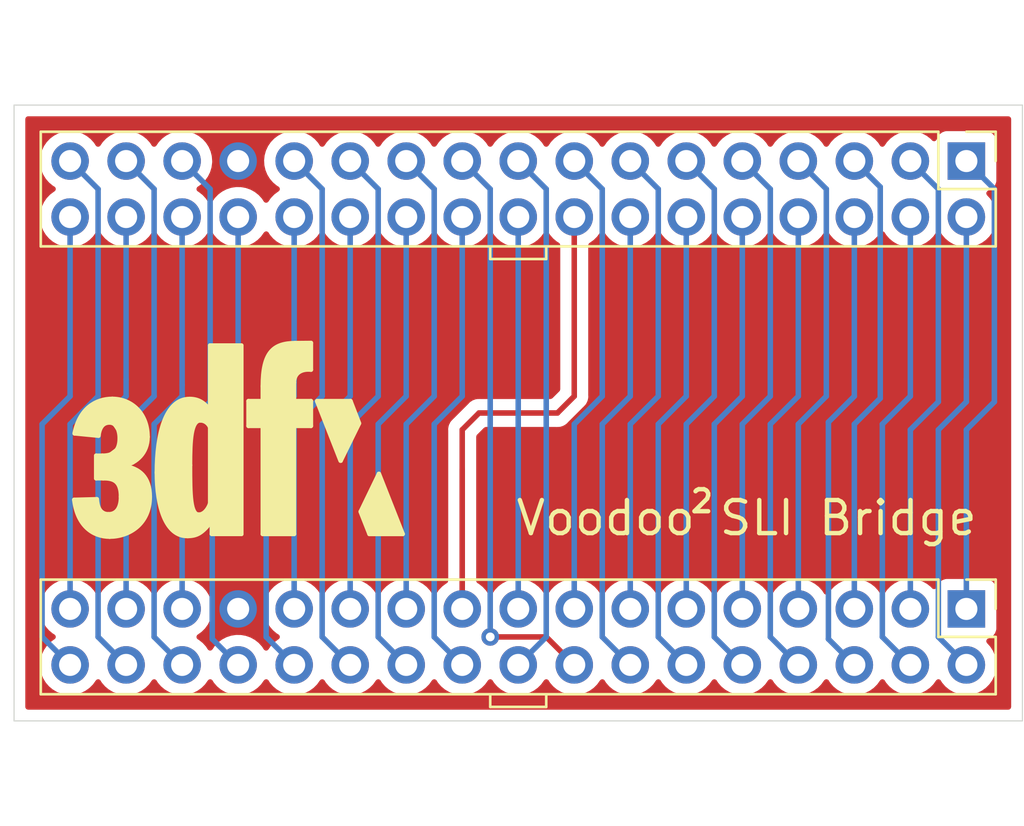
<source format=kicad_pcb>
(kicad_pcb (version 20211014) (generator pcbnew)
  (layers (0 "F.Cu" signal) (31 "B.Cu" signal) (34 "B.Paste" user) (35 "F.Paste" user) (36 "B.SilkS" user "B.Silkscreen") (37 "F.SilkS" user "F.Silkscreen") (38 "B.Mask" user) (39 "F.Mask" user) (44 "Edge.Cuts" user))
  (net 0 "")
  (net 1 "34")
  (net 2 "33")
  (net 3 "32")
  (net 4 "31")
  (net 5 "30")
  (net 6 "29")
  (net 7 "28")
  (net 8 "26")
  (net 9 "25")
  (net 10 "24")
  (net 11 "23")
  (net 12 "22")
  (net 13 "21")
  (net 14 "20")
  (net 15 "19")
  (net 16 "18")
  (net 17 "17")
  (net 18 "16")
  (net 19 "15")
  (net 20 "14")
  (net 21 "13")
  (net 22 "12")
  (net 23 "11")
  (net 24 "10")
  (net 25 "9")
  (net 26 "8")
  (net 27 "7")
  (net 28 "6")
  (net 29 "5")
  (net 30 "4")
  (net 31 "3")
  (net 32 "2")
  (net 33 "1")
  (net 34 "GND")
  (footprint "Connector_PinHeader_2.54mm:PinHeader_2x17_P2.54mm_Vertical" (layer "F.Cu") (at 167.894 96.266 -90)
    (fp_text reference "J1" hide)
    (fp_text value "Conn_02x17_Odd_Even")
    (fp_line (start 1.27 -1.33) (end 3.87 -1.33) (layer "F.SilkS") (width 0.12))
    (fp_line (start -1.33 -1.33) (end 0 -1.33) (layer "F.SilkS") (width 0.12))
    (fp_line (start 1.27 1.27) (end 1.27 -1.33) (layer "F.SilkS") (width 0.12))
    (fp_line (start -1.33 0) (end -1.33 -1.33) (layer "F.SilkS") (width 0.12))
    (fp_line (start -1.33 1.27) (end -1.33 41.97) (layer "F.SilkS") (width 0.12))
    (fp_line (start 3.87 -1.33) (end 3.87 41.97) (layer "F.SilkS") (width 0.12))
    (fp_line (start -1.33 41.97) (end 3.87 41.97) (layer "F.SilkS") (width 0.12))
    (fp_line (start -1.33 1.27) (end 1.27 1.27) (layer "F.SilkS") (width 0.12))
    (pad "1" thru_hole rect locked (at 0 0 270) (size 1.7 1.7) (drill 1) (layers *.Cu *.Mask) (net 33 "1"))
    (pad "2" thru_hole oval locked (at 2.54 0 270) (size 1.7 1.7) (drill 1) (layers *.Cu *.Mask) (net 32 "2"))
    (pad "3" thru_hole oval locked (at 0 2.54 270) (size 1.7 1.7) (drill 1) (layers *.Cu *.Mask) (net 31 "3"))
    (pad "4" thru_hole oval locked (at 2.54 2.54 270) (size 1.7 1.7) (drill 1) (layers *.Cu *.Mask) (net 30 "4"))
    (pad "5" thru_hole oval locked (at 0 5.08 270) (size 1.7 1.7) (drill 1) (layers *.Cu *.Mask) (net 29 "5"))
    (pad "6" thru_hole oval locked (at 2.54 5.08 270) (size 1.7 1.7) (drill 1) (layers *.Cu *.Mask) (net 28 "6"))
    (pad "7" thru_hole oval locked (at 0 7.62 270) (size 1.7 1.7) (drill 1) (layers *.Cu *.Mask) (net 27 "7"))
    (pad "8" thru_hole oval locked (at 2.54 7.62 270) (size 1.7 1.7) (drill 1) (layers *.Cu *.Mask) (net 26 "8"))
    (pad "9" thru_hole oval locked (at 0 10.16 270) (size 1.7 1.7) (drill 1) (layers *.Cu *.Mask) (net 25 "9"))
    (pad "10" thru_hole oval locked (at 2.54 10.16 270) (size 1.7 1.7) (drill 1) (layers *.Cu *.Mask) (net 24 "10"))
    (pad "11" thru_hole oval locked (at 0 12.7 270) (size 1.7 1.7) (drill 1) (layers *.Cu *.Mask) (net 23 "11"))
    (pad "12" thru_hole oval locked (at 2.54 12.7 270) (size 1.7 1.7) (drill 1) (layers *.Cu *.Mask) (net 22 "12"))
    (pad "13" thru_hole oval locked (at 0 15.24 270) (size 1.7 1.7) (drill 1) (layers *.Cu *.Mask) (net 21 "13"))
    (pad "14" thru_hole oval locked (at 2.54 15.24 270) (size 1.7 1.7) (drill 1) (layers *.Cu *.Mask) (net 20 "14"))
    (pad "15" thru_hole oval locked (at 0 17.78 270) (size 1.7 1.7) (drill 1) (layers *.Cu *.Mask) (net 19 "15"))
    (pad "16" thru_hole oval locked (at 2.54 17.78 270) (size 1.7 1.7) (drill 1) (layers *.Cu *.Mask) (net 18 "16"))
    (pad "17" thru_hole oval locked (at 0 20.32 270) (size 1.7 1.7) (drill 1) (layers *.Cu *.Mask) (net 17 "17"))
    (pad "18" thru_hole oval locked (at 2.54 20.32 270) (size 1.7 1.7) (drill 1) (layers *.Cu *.Mask) (net 16 "18"))
    (pad "19" thru_hole oval locked (at 0 22.86 270) (size 1.7 1.7) (drill 1) (layers *.Cu *.Mask) (net 15 "19"))
    (pad "20" thru_hole oval locked (at 2.54 22.86 270) (size 1.7 1.7) (drill 1) (layers *.Cu *.Mask) (net 14 "20"))
    (pad "21" thru_hole oval locked (at 0 25.4 270) (size 1.7 1.7) (drill 1) (layers *.Cu *.Mask) (net 13 "21"))
    (pad "22" thru_hole oval locked (at 2.54 25.4 270) (size 1.7 1.7) (drill 1) (layers *.Cu *.Mask) (net 12 "22"))
    (pad "23" thru_hole oval locked (at 0 27.94 270) (size 1.7 1.7) (drill 1) (layers *.Cu *.Mask) (net 11 "23"))
    (pad "24" thru_hole oval locked (at 2.54 27.94 270) (size 1.7 1.7) (drill 1) (layers *.Cu *.Mask) (net 10 "24"))
    (pad "25" thru_hole oval locked (at 0 30.48 270) (size 1.7 1.7) (drill 1) (layers *.Cu *.Mask) (net 9 "25"))
    (pad "26" thru_hole oval locked (at 2.54 30.48 270) (size 1.7 1.7) (drill 1) (layers *.Cu *.Mask) (net 8 "26"))
    (pad "27" thru_hole oval locked (at 0 33.02 270) (size 1.7 1.7) (drill 1) (layers *.Cu *.Mask) (net 34 "GND"))
    (pad "28" thru_hole oval locked (at 2.54 33.02 270) (size 1.7 1.7) (drill 1) (layers *.Cu *.Mask) (net 7 "28"))
    (pad "29" thru_hole oval locked (at 0 35.56 270) (size 1.7 1.7) (drill 1) (layers *.Cu *.Mask) (net 6 "29"))
    (pad "30" thru_hole oval locked (at 2.54 35.56 270) (size 1.7 1.7) (drill 1) (layers *.Cu *.Mask) (net 5 "30"))
    (pad "31" thru_hole oval locked (at 0 38.1 270) (size 1.7 1.7) (drill 1) (layers *.Cu *.Mask) (net 4 "31"))
    (pad "32" thru_hole oval locked (at 2.54 38.1 270) (size 1.7 1.7) (drill 1) (layers *.Cu *.Mask) (net 3 "32"))
    (pad "33" thru_hole oval locked (at 0 40.64 270) (size 1.7 1.7) (drill 1) (layers *.Cu *.Mask) (net 2 "33"))
    (pad "34" thru_hole oval locked (at 2.54 40.64 270) (size 1.7 1.7) (drill 1) (layers *.Cu *.Mask) (net 1 "34"))
  )
  (footprint "Connector_PinHeader_2.54mm:PinHeader_2x17_P2.54mm_Vertical" (layer "F.Cu") (at 167.894 116.586 -90)
    (fp_text reference "J2" hide)
    (fp_text value "Conn_02x17_Odd_Even")
    (fp_line (start -1.33 1.27) (end 1.27 1.27) (layer "F.SilkS") (width 0.12))
    (fp_line (start -1.33 0) (end -1.33 -1.33) (layer "F.SilkS") (width 0.12))
    (fp_line (start 1.27 -1.33) (end 3.87 -1.33) (layer "F.SilkS") (width 0.12))
    (fp_line (start 1.27 1.27) (end 1.27 -1.33) (layer "F.SilkS") (width 0.12))
    (fp_line (start -1.33 1.27) (end -1.33 41.97) (layer "F.SilkS") (width 0.12))
    (fp_line (start -1.33 41.97) (end 3.87 41.97) (layer "F.SilkS") (width 0.12))
    (fp_line (start 3.87 -1.33) (end 3.87 41.97) (layer "F.SilkS") (width 0.12))
    (fp_line (start -1.33 -1.33) (end 0 -1.33) (layer "F.SilkS") (width 0.12))
    (pad "1" thru_hole rect locked (at 0 0 270) (size 1.7 1.7) (drill 1) (layers *.Cu *.Mask) (net 33 "1"))
    (pad "2" thru_hole oval locked (at 2.54 0 270) (size 1.7 1.7) (drill 1) (layers *.Cu *.Mask) (net 32 "2"))
    (pad "3" thru_hole oval locked (at 0 2.54 270) (size 1.7 1.7) (drill 1) (layers *.Cu *.Mask) (net 31 "3"))
    (pad "4" thru_hole oval locked (at 2.54 2.54 270) (size 1.7 1.7) (drill 1) (layers *.Cu *.Mask) (net 30 "4"))
    (pad "5" thru_hole oval locked (at 0 5.08 270) (size 1.7 1.7) (drill 1) (layers *.Cu *.Mask) (net 29 "5"))
    (pad "6" thru_hole oval locked (at 2.54 5.08 270) (size 1.7 1.7) (drill 1) (layers *.Cu *.Mask) (net 28 "6"))
    (pad "7" thru_hole oval locked (at 0 7.62 270) (size 1.7 1.7) (drill 1) (layers *.Cu *.Mask) (net 27 "7"))
    (pad "8" thru_hole oval locked (at 2.54 7.62 270) (size 1.7 1.7) (drill 1) (layers *.Cu *.Mask) (net 26 "8"))
    (pad "9" thru_hole oval locked (at 0 10.16 270) (size 1.7 1.7) (drill 1) (layers *.Cu *.Mask) (net 25 "9"))
    (pad "10" thru_hole oval locked (at 2.54 10.16 270) (size 1.7 1.7) (drill 1) (layers *.Cu *.Mask) (net 24 "10"))
    (pad "11" thru_hole oval locked (at 0 12.7 270) (size 1.7 1.7) (drill 1) (layers *.Cu *.Mask) (net 23 "11"))
    (pad "12" thru_hole oval locked (at 2.54 12.7 270) (size 1.7 1.7) (drill 1) (layers *.Cu *.Mask) (net 22 "12"))
    (pad "13" thru_hole oval locked (at 0 15.24 270) (size 1.7 1.7) (drill 1) (layers *.Cu *.Mask) (net 21 "13"))
    (pad "14" thru_hole oval locked (at 2.54 15.24 270) (size 1.7 1.7) (drill 1) (layers *.Cu *.Mask) (net 20 "14"))
    (pad "15" thru_hole oval locked (at 0 17.78 270) (size 1.7 1.7) (drill 1) (layers *.Cu *.Mask) (net 19 "15"))
    (pad "16" thru_hole oval locked (at 2.54 17.78 270) (size 1.7 1.7) (drill 1) (layers *.Cu *.Mask) (net 15 "19"))
    (pad "17" thru_hole oval locked (at 0 20.32 270) (size 1.7 1.7) (drill 1) (layers *.Cu *.Mask) (net 16 "18"))
    (pad "18" thru_hole oval locked (at 2.54 20.32 270) (size 1.7 1.7) (drill 1) (layers *.Cu *.Mask) (net 17 "17"))
    (pad "19" thru_hole oval locked (at 0 22.86 270) (size 1.7 1.7) (drill 1) (layers *.Cu *.Mask) (net 18 "16"))
    (pad "20" thru_hole oval locked (at 2.54 22.86 270) (size 1.7 1.7) (drill 1) (layers *.Cu *.Mask) (net 14 "20"))
    (pad "21" thru_hole oval locked (at 0 25.4 270) (size 1.7 1.7) (drill 1) (layers *.Cu *.Mask) (net 13 "21"))
    (pad "22" thru_hole oval locked (at 2.54 25.4 270) (size 1.7 1.7) (drill 1) (layers *.Cu *.Mask) (net 12 "22"))
    (pad "23" thru_hole oval locked (at 0 27.94 270) (size 1.7 1.7) (drill 1) (layers *.Cu *.Mask) (net 11 "23"))
    (pad "24" thru_hole oval locked (at 2.54 27.94 270) (size 1.7 1.7) (drill 1) (layers *.Cu *.Mask) (net 10 "24"))
    (pad "25" thru_hole oval locked (at 0 30.48 270) (size 1.7 1.7) (drill 1) (layers *.Cu *.Mask) (net 9 "25"))
    (pad "26" thru_hole oval locked (at 2.54 30.48 270) (size 1.7 1.7) (drill 1) (layers *.Cu *.Mask) (net 8 "26"))
    (pad "27" thru_hole oval locked (at 0 33.02 270) (size 1.7 1.7) (drill 1) (layers *.Cu *.Mask) (net 34 "GND"))
    (pad "28" thru_hole oval locked (at 2.54 33.02 270) (size 1.7 1.7) (drill 1) (layers *.Cu *.Mask) (net 7 "28"))
    (pad "29" thru_hole oval locked (at 0 35.56 270) (size 1.7 1.7) (drill 1) (layers *.Cu *.Mask) (net 6 "29"))
    (pad "30" thru_hole oval locked (at 2.54 35.56 270) (size 1.7 1.7) (drill 1) (layers *.Cu *.Mask) (net 5 "30"))
    (pad "31" thru_hole oval locked (at 0 38.1 270) (size 1.7 1.7) (drill 1) (layers *.Cu *.Mask) (net 4 "31"))
    (pad "32" thru_hole oval locked (at 2.54 38.1 270) (size 1.7 1.7) (drill 1) (layers *.Cu *.Mask) (net 3 "32"))
    (pad "33" thru_hole oval locked (at 0 40.64 270) (size 1.7 1.7) (drill 1) (layers *.Cu *.Mask) (net 2 "33"))
    (pad "34" thru_hole oval locked (at 2.54 40.64 270) (size 1.7 1.7) (drill 1) (layers *.Cu *.Mask) (net 1 "34"))
  )
  (footprint "Sebs:3dfx" (layer "F.Cu") (at 127.508 113.284)
    (fp_text reference "REF**" hide)
    (fp_text value "3dfx")
    (fp_line (start 12.460777 -6.128017) (end 12.85 -5.12) (layer "F.SilkS") (width 0.2))
    (fp_line (start 10.946742 -6.128017) (end 12.01 -3.42) (layer "F.SilkS") (width 0.2))
    (fp_line (start 13.320179 -0.096693) (end 12.92 -1.11) (layer "F.SilkS") (width 0.2))
    (fp_line (start 14.826458 -0.096693) (end 13.75 -2.83) (layer "F.SilkS") (width 0.2))
    (fp_poly (pts (xy 10.666795 -5.001797) (xy 7.835734 -5.001797) (xy 7.835734 -6.128017) (xy 10.666795 -6.128017)) (layer "F.SilkS") (width 0.1) (fill solid))
    (fp_poly (pts (xy 9.9 -5) (xy 9.9 -0.1) (xy 8.5 -0.1) (xy 8.482612 -5.001797)) (layer "F.SilkS") (width 0.1) (fill solid))
    (fp_poly (pts (xy 9.9 -6.2) (xy 9.898918 -6.128017) (xy 8.5 -6.2) (xy 8.5 -6.9) (xy 8.6 -7.7) (xy 8.8 -8.3) (xy 9.3 -8.6) (xy 9.9 -8.7)) (layer "F.SilkS") (width 0.1) (fill solid))
    (fp_poly (pts (xy 2.2 -6.1) (xy 2.7 -5.8) (xy 3.1 -5.2) (xy 3.2 -4.6) (xy 3.2 -4) (xy 2.9 -3.6) (xy 2.6 -3.3) (xy 2.19533 -3.197675) (xy 2.8 -2.9) (xy 3.2 -2.5) (xy 3.3 -1.9) (xy 3.3 -1.2) (xy 2.9 -0.5) (xy 2.2 -0.1) (xy 1.4 0) (xy 0.7 -0.2) (xy 0.2 -0.8) (xy -0.066417 -1.649511) (xy 0.9 -1.6) (xy 1.1 -1.2) (xy 1.4 -1) (xy 1.7 -1) (xy 2 -1.3) (xy 2.1 -1.7) (xy 2 -2.2) (xy 1.9 -2.5) (xy 1.1 -2.7) (xy 0.927945 -2.625257) (xy 1 -3.6) (xy 1.5 -3.7) (xy 1.9 -4) (xy 1.993665 -4.435585) (xy 1.9 -4.8) (xy 1.7 -5.1) (xy 1.4 -5.2) (xy 1.2 -5) (xy 1 -4.7) (xy 1 -4.6) (xy 0 -4.7) (xy 0.2 -5.4) (xy 0.9 -6) (xy 1.6 -6.2)) (layer "F.SilkS") (width 0.1) (fill solid))
    (fp_poly (pts (xy 14.81 -0.1) (xy 13.32 -0.09) (xy 12.87 -1.12) (xy 13.71 -2.86)) (layer "F.SilkS") (width 0.1) (fill solid))
    (fp_poly (pts (xy 10.6 -7.6) (xy 10.2 -7.5) (xy 9.8 -7.3) (xy 9.8 -8.7) (xy 10.6 -8.7)) (layer "F.SilkS") (width 0.1) (fill solid))
    (fp_poly (pts (xy 7.511519 -0.098245) (xy 7.5 -0.1) (xy 6.2 -0.1) (xy 6.095213 -8.650376) (xy 7.511519 -8.650376)) (layer "F.SilkS") (width 0.1) (fill solid))
    (fp_poly (pts (xy 12.46 -6.1) (xy 12.88 -5.07) (xy 12.05 -3.38) (xy 11.01 -6.11)) (layer "F.SilkS") (width 0.1) (fill solid))
    (fp_poly (pts (xy 5.7 -6.1) (xy 6.1 -5.7) (xy 6.1 -5.1) (xy 5.8 -5.3) (xy 5.6 -5.3) (xy 5.3 -5) (xy 5.2 -4.4) (xy 5.2 -1.4) (xy 5.5 -1) (xy 5.8 -1) (xy 6.2 -1.4) (xy 6.2 -0.7) (xy 5.8 -0.3) (xy 5.3 0) (xy 4.8 0) (xy 4.3 -0.4) (xy 3.8 -1.4) (xy 3.7 -2.7) (xy 3.8 -4.3) (xy 4 -5.2) (xy 4.5 -5.9) (xy 5.1 -6.2)) (layer "F.SilkS") (width 0.1) (fill solid))
    (fp_curve (pts (xy 2.052613 -1.787574) (xy 2.052613 -1.317726) (xy 1.878251 -0.994877) (xy 1.491055 -0.994877)) (layer "F.SilkS") (width 0.2))
    (fp_curve (pts (xy 0.927945 -3.650644) (xy 0.927945 -3.650644) (xy 0.927945 -2.625257) (xy 0.927945 -2.625257)) (layer "F.SilkS") (width 0.2))
    (fp_curve (pts (xy 8.482612 -6.801266) (xy 8.482612 -6.801266) (xy 8.482612 -6.128017) (xy 8.482612 -6.128017)) (layer "F.SilkS") (width 0.2))
    (fp_curve (pts (xy 9.898918 -0.096693) (xy 9.898918 -0.096693) (xy 9.898918 -5.001797) (xy 9.898918 -5.001797)) (layer "F.SilkS") (width 0.2))
    (fp_curve (pts (xy 1.210276 -3.650644) (xy 1.210276 -3.650644) (xy 0.927945 -3.650644) (xy 0.927945 -3.650644)) (layer "F.SilkS") (width 0.2))
    (fp_curve (pts (xy 13.320179 -0.096693) (xy 13.320179 -0.096693) (xy 14.826458 -0.096693) (xy 14.826458 -0.096693)) (layer "F.SilkS") (width 0.2))
    (fp_curve (pts (xy 7.511519 -8.650376) (xy 7.511519 -8.650376) (xy 6.095213 -8.650376) (xy 6.095213 -8.650376)) (layer "F.SilkS") (width 0.2))
    (fp_curve (pts (xy 5.080685 -0.003617) (xy 5.500296 -0.011808) (xy 5.737603 -0.133527) (xy 6.157264 -0.686175)) (layer "F.SilkS") (width 0.2))
    (fp_curve (pts (xy 10.666795 -6.128017) (xy 10.666795 -6.128017) (xy 9.898918 -6.128017) (xy 9.898918 -6.128017)) (layer "F.SilkS") (width 0.2))
    (fp_curve (pts (xy 10.666795 -5.001797) (xy 10.666795 -5.001797) (xy 10.666795 -6.128017) (xy 10.666795 -6.128017)) (layer "F.SilkS") (width 0.2))
    (fp_curve (pts (xy 8.482612 -5.001797) (xy 8.482612 -5.001797) (xy 8.482612 -0.096693) (xy 8.482612 -0.096693)) (layer "F.SilkS") (width 0.2))
    (fp_curve (pts (xy 5.65 -5.25) (xy 5.85983 -5.249999) (xy 6.016533 -5.117001) (xy 6.095213 -4.9444)) (layer "F.SilkS") (width 0.2))
    (fp_curve (pts (xy 3.361882 -1.787574) (xy 3.361882 -2.692967) (xy 2.878333 -3.078103) (xy 2.19533 -3.180611)) (layer "F.SilkS") (width 0.2))
    (fp_curve (pts (xy 6.095213 -1.480423) (xy 5.990323 -1.175282) (xy 5.790023 -0.976261) (xy 5.580193 -0.976261)) (layer "F.SilkS") (width 0.2))
    (fp_curve (pts (xy 8.482612 -6.128017) (xy 8.482612 -6.128017) (xy 7.835734 -6.128017) (xy 7.835734 -6.128017)) (layer "F.SilkS") (width 0.2))
    (fp_curve (pts (xy 2.19533 -3.197675) (xy 2.7586 -3.334335) (xy 3.26105 -3.76926) (xy 3.26105 -4.503841)) (layer "F.SilkS") (width 0.2))
    (fp_curve (pts (xy 3.67834 -2.884319) (xy 3.67834 -1.358767) (xy 4.075613 0.015991) (xy 5.080685 -0.003617)) (layer "F.SilkS") (width 0.2))
    (fp_curve (pts (xy 1.540695 0.024305) (xy 2.420772 0.024305) (xy 3.361882 -0.548993) (xy 3.361882 -1.787574)) (layer "F.SilkS") (width 0.2))
    (fp_curve (pts (xy 7.835734 -5.001797) (xy 7.835734 -5.001797) (xy 8.482612 -5.001797) (xy 8.482612 -5.001797)) (layer "F.SilkS") (width 0.2))
    (fp_curve (pts (xy 6.174328 -0.098245) (xy 6.174328 -0.098245) (xy 7.511519 -0.098245) (xy 7.511519 -0.098245)) (layer "F.SilkS") (width 0.2))
    (fp_curve (pts (xy -0.066417 -1.649511) (xy 0.078335 -0.44692) (xy 0.804377 0.024305) (xy 1.540695 0.024305)) (layer "F.SilkS") (width 0.2))
    (fp_curve (pts (xy 7.511519 -0.098245) (xy 7.511519 -0.098245) (xy 7.511519 -8.650376) (xy 7.511519 -8.650376)) (layer "F.SilkS") (width 0.2))
    (fp_curve (pts (xy 1.660143 -6.2304) (xy 0.915386 -6.2304) (xy 0.179589 -5.795562) (xy -0.049353 -4.66207)) (layer "F.SilkS") (width 0.2))
    (fp_curve (pts (xy 9.898918 -6.9657) (xy 9.898919 -7.434009) (xy 10.271557 -7.594273) (xy 10.666795 -7.552079)) (layer "F.SilkS") (width 0.2))
    (fp_curve (pts (xy -0.049353 -4.66207) (xy -0.049353 -4.66207) (xy 1.03188 -4.556584) (xy 1.03188 -4.556584)) (layer "F.SilkS") (width 0.2))
    (fp_curve (pts (xy 5.580193 -0.976261) (xy 5.204265 -0.976261) (xy 5.186171 -1.839287) (xy 5.186171 -3.219392)) (layer "F.SilkS") (width 0.2))
    (fp_curve (pts (xy 10.666795 -7.552079) (xy 10.666795 -7.552079) (xy 10.666795 -8.766721) (xy 10.666795 -8.766721)) (layer "F.SilkS") (width 0.2))
    (fp_curve (pts (xy 10.666795 -8.766721) (xy 10.666795 -8.766721) (xy 9.95011 -8.760515) (xy 9.95011 -8.760515)) (layer "F.SilkS") (width 0.2))
    (fp_curve (pts (xy 9.95011 -8.760515) (xy 8.955661 -8.751729) (xy 8.482612 -8.340817) (xy 8.482612 -6.801266)) (layer "F.SilkS") (width 0.2))
    (fp_curve (pts (xy 7.835734 -6.128017) (xy 7.835734 -6.128017) (xy 7.835734 -5.001797) (xy 7.835734 -5.001797)) (layer "F.SilkS") (width 0.2))
    (fp_curve (pts (xy 12.460777 -6.128017) (xy 12.460777 -6.128017) (xy 10.946742 -6.128017) (xy 10.946742 -6.128017)) (layer "F.SilkS") (width 0.2))
    (fp_curve (pts (xy 0.927945 -2.625257) (xy 0.927945 -2.625257) (xy 1.245955 -2.625257) (xy 1.245955 -2.625257)) (layer "F.SilkS") (width 0.2))
    (fp_curve (pts (xy 9.898918 -6.128017) (xy 9.898918 -6.128017) (xy 9.898918 -6.9657) (xy 9.898918 -6.9657)) (layer "F.SilkS") (width 0.2))
    (fp_curve (pts (xy 1.53449 -5.153821) (xy 1.837248 -5.153821) (xy 1.993665 -4.837028) (xy 1.993665 -4.435585)) (layer "F.SilkS") (width 0.2))
    (fp_curve (pts (xy 0.95897 -1.675882) (xy 0.95897 -1.675882) (xy -0.066417 -1.649511) (xy -0.066417 -1.649511)) (layer "F.SilkS") (width 0.2))
    (fp_curve (pts (xy 5.186171 -3.219392) (xy 5.186171 -4.360529) (xy 5.230338 -5.25) (xy 5.65 -5.25)) (layer "F.SilkS") (width 0.2))
    (fp_curve (pts (xy 3.26105 -4.503841) (xy 3.261049 -5.588635) (xy 2.512123 -6.2304) (xy 1.660143 -6.2304)) (layer "F.SilkS") (width 0.2))
    (fp_curve (pts (xy 1.03188 -4.556584) (xy 1.082166 -4.92715) (xy 1.226074 -5.153821) (xy 1.53449 -5.153821)) (layer "F.SilkS") (width 0.2))
    (fp_curve (pts (xy 6.095213 -5.698316) (xy 5.841699 -6.046643) (xy 5.571245 -6.225746) (xy 5.169107 -6.225746)) (layer "F.SilkS") (width 0.2))
    (fp_curve (pts (xy 1.993665 -4.435585) (xy 1.993665 -3.829126) (xy 1.667912 -3.650644) (xy 1.210276 -3.650644)) (layer "F.SilkS") (width 0.2))
    (fp_curve (pts (xy 1.245955 -2.625257) (xy 1.682444 -2.625257) (xy 2.052613 -2.53923) (xy 2.052613 -1.787574)) (layer "F.SilkS") (width 0.2))
    (fp_curve (pts (xy 5.169107 -6.225746) (xy 4.058798 -6.225746) (xy 3.67834 -4.602179) (xy 3.67834 -2.884319)) (layer "F.SilkS") (width 0.2))
    (fp_curve (pts (xy 6.095213 -4.9444) (xy 6.095213 -4.9444) (xy 6.095213 -1.480423) (xy 6.095213 -1.480423)) (layer "F.SilkS") (width 0.2))
    (fp_curve (pts (xy 6.174328 -0.686175) (xy 6.174328 -0.686175) (xy 6.174328 -0.098245) (xy 6.174328 -0.098245)) (layer "F.SilkS") (width 0.2))
    (fp_curve (pts (xy 8.482612 -0.096693) (xy 8.482612 -0.096693) (xy 9.898918 -0.096693) (xy 9.898918 -0.096693)) (layer "F.SilkS") (width 0.2))
    (fp_curve (pts (xy 9.898918 -5.001797) (xy 9.898918 -5.001797) (xy 10.666795 -5.001797) (xy 10.666795 -5.001797)) (layer "F.SilkS") (width 0.2))
    (fp_curve (pts (xy 6.095213 -8.650376) (xy 6.095213 -8.650376) (xy 6.095213 -5.698316) (xy 6.095213 -5.698316)) (layer "F.SilkS") (width 0.2))
    (fp_curve (pts (xy 1.491055 -0.994877) (xy 1.085243 -0.994877) (xy 0.984734 -1.338624) (xy 0.95897 -1.675882)) (layer "F.SilkS") (width 0.2))
  )
  (gr_line (start 148.844 121.031) (end 146.304 121.031) (layer "F.SilkS") (width 0.12))
  (gr_line (start 146.304 121.031) (end 146.304 120.523) (layer "F.SilkS") (width 0.12))
  (gr_line (start 148.844 100.711) (end 146.304 100.711) (layer "F.SilkS") (width 0.12))
  (gr_line (start 148.844 100.203) (end 148.844 100.711) (layer "F.SilkS") (width 0.12))
  (gr_line (start 146.304 100.711) (end 146.304 100.203) (layer "F.SilkS") (width 0.12))
  (gr_line (start 148.844 120.523) (end 148.844 121.031) (layer "F.SilkS") (width 0.12))
  (gr_line (start 170.434 121.666) (end 170.434 93.726) (layer "Edge.Cuts") (width 0.05))
  (gr_line (start 170.434 93.726) (end 124.714 93.726) (layer "Edge.Cuts") (width 0.05))
  (gr_line (start 124.714 93.726) (end 124.714 121.666) (layer "Edge.Cuts") (width 0.05))
  (gr_line (start 124.714 121.666) (end 170.434 121.666) (layer "Edge.Cuts") (width 0.05))
  (gr_text "2" (at 155.9 111.7) (layer "F.SilkS") (effects (font (size 1 1) (thickness 0.2))))
  (gr_text "Voodoo SLI Bridge" (at 157.932 112.462) (layer "F.SilkS") (effects (font (size 1.5 1.5) (thickness 0.2))))
  (segment (start 127.254 105.918) (end 127.254 98.806) (width 0.25) (layer "B.Cu") (net 1))
  (segment (start 127.254 106.934) (end 127.254 105.918) (width 0.25) (layer "B.Cu") (net 1))
  (segment (start 127.254 119.126) (end 125.984 117.856) (width 0.25) (layer "B.Cu") (net 1))
  (segment (start 125.984 117.856) (end 125.984 108.204) (width 0.25) (layer "B.Cu") (net 1))
  (segment (start 125.984 108.204) (end 127.254 106.934) (width 0.25) (layer "B.Cu") (net 1))
  (segment (start 128.524 97.536) (end 127.254 96.266) (width 0.25) (layer "B.Cu") (net 2))
  (segment (start 127.254 108.204) (end 128.524 106.934) (width 0.25) (layer "B.Cu") (net 2))
  (segment (start 128.524 106.934) (end 128.524 97.536) (width 0.25) (layer "B.Cu") (net 2))
  (segment (start 127.254 116.586) (end 127.254 108.204) (width 0.25) (layer "B.Cu") (net 2))
  (segment (start 129.794 106.172) (end 129.794 98.806) (width 0.25) (layer "B.Cu") (net 3))
  (segment (start 129.794 119.126) (end 128.524 117.856) (width 0.25) (layer "B.Cu") (net 3))
  (segment (start 129.794 106.934) (end 129.794 106.172) (width 0.25) (layer "B.Cu") (net 3))
  (segment (start 128.524 117.856) (end 128.524 108.204) (width 0.25) (layer "B.Cu") (net 3))
  (segment (start 128.524 108.204) (end 129.794 106.934) (width 0.25) (layer "B.Cu") (net 3))
  (segment (start 131.064 97.536) (end 129.794 96.266) (width 0.25) (layer "B.Cu") (net 4))
  (segment (start 129.794 108.204) (end 131.064 106.934) (width 0.25) (layer "B.Cu") (net 4))
  (segment (start 131.064 106.934) (end 131.064 97.536) (width 0.25) (layer "B.Cu") (net 4))
  (segment (start 129.794 116.586) (end 129.794 108.204) (width 0.25) (layer "B.Cu") (net 4))
  (segment (start 132.334 106.934) (end 132.334 106.426) (width 0.25) (layer "B.Cu") (net 5))
  (segment (start 132.334 119.126) (end 131.064 117.856) (width 0.25) (layer "B.Cu") (net 5))
  (segment (start 131.064 117.856) (end 131.064 108.204) (width 0.25) (layer "B.Cu") (net 5))
  (segment (start 132.334 106.426) (end 132.334 98.806) (width 0.25) (layer "B.Cu") (net 5))
  (segment (start 131.064 108.204) (end 132.334 106.934) (width 0.25) (layer "B.Cu") (net 5))
  (segment (start 133.604 97.536) (end 132.334 96.266) (width 0.25) (layer "B.Cu") (net 6))
  (segment (start 133.604 107.188) (end 133.604 97.536) (width 0.25) (layer "B.Cu") (net 6))
  (segment (start 132.334 108.458) (end 133.604 107.188) (width 0.25) (layer "B.Cu") (net 6))
  (segment (start 132.334 116.586) (end 132.334 108.458) (width 0.25) (layer "B.Cu") (net 6))
  (segment (start 134.874 106.172) (end 134.874 98.806) (width 0.25) (layer "B.Cu") (net 7))
  (segment (start 133.698999 108.363001) (end 134.874 107.188) (width 0.25) (layer "B.Cu") (net 7))
  (segment (start 134.874 119.126) (end 133.698999 117.950999) (width 0.25) (layer "B.Cu") (net 7))
  (segment (start 133.698999 117.950999) (end 133.698999 108.363001) (width 0.25) (layer "B.Cu") (net 7))
  (segment (start 134.874 107.188) (end 134.874 106.172) (width 0.25) (layer "B.Cu") (net 7))
  (segment (start 137.414 106.934) (end 137.414 106.172) (width 0.25) (layer "B.Cu") (net 8))
  (segment (start 137.414 106.172) (end 137.414 98.806) (width 0.25) (layer "B.Cu") (net 8))
  (segment (start 136.144 108.204) (end 137.414 106.934) (width 0.25) (layer "B.Cu") (net 8))
  (segment (start 137.414 119.126) (end 136.144 117.856) (width 0.25) (layer "B.Cu") (net 8))
  (segment (start 136.144 117.856) (end 136.144 108.204) (width 0.25) (layer "B.Cu") (net 8))
  (segment (start 138.684 97.536) (end 137.414 96.266) (width 0.25) (layer "B.Cu") (net 9))
  (segment (start 137.414 108.204) (end 138.684 106.934) (width 0.25) (layer "B.Cu") (net 9))
  (segment (start 137.414 116.586) (end 137.414 108.204) (width 0.25) (layer "B.Cu") (net 9))
  (segment (start 138.684 106.934) (end 138.684 97.536) (width 0.25) (layer "B.Cu") (net 9))
  (segment (start 139.954 106.934) (end 139.954 106.172) (width 0.25) (layer "B.Cu") (net 10))
  (segment (start 138.684 117.856) (end 138.684 108.204) (width 0.25) (layer "B.Cu") (net 10))
  (segment (start 139.954 119.126) (end 138.684 117.856) (width 0.25) (layer "B.Cu") (net 10))
  (segment (start 139.954 106.172) (end 139.954 98.806) (width 0.25) (layer "B.Cu") (net 10))
  (segment (start 138.684 108.204) (end 139.954 106.934) (width 0.25) (layer "B.Cu") (net 10))
  (segment (start 141.224 106.934) (end 141.224 97.536) (width 0.25) (layer "B.Cu") (net 11))
  (segment (start 139.954 108.204) (end 141.224 106.934) (width 0.25) (layer "B.Cu") (net 11))
  (segment (start 139.954 116.586) (end 139.954 108.204) (width 0.25) (layer "B.Cu") (net 11))
  (segment (start 141.224 97.536) (end 139.954 96.266) (width 0.25) (layer "B.Cu") (net 11))
  (segment (start 142.494 106.934) (end 142.494 106.172) (width 0.25) (layer "B.Cu") (net 12))
  (segment (start 142.494 119.126) (end 141.224 117.856) (width 0.25) (layer "B.Cu") (net 12))
  (segment (start 142.494 106.172) (end 142.494 98.806) (width 0.25) (layer "B.Cu") (net 12))
  (segment (start 141.224 117.856) (end 141.224 108.204) (width 0.25) (layer "B.Cu") (net 12))
  (segment (start 141.224 108.204) (end 142.494 106.934) (width 0.25) (layer "B.Cu") (net 12))
  (segment (start 143.764 97.536) (end 142.494 96.266) (width 0.25) (layer "B.Cu") (net 13))
  (segment (start 143.764 106.934) (end 143.764 97.536) (width 0.25) (layer "B.Cu") (net 13))
  (segment (start 142.494 116.586) (end 142.494 108.204) (width 0.25) (layer "B.Cu") (net 13))
  (segment (start 142.494 108.204) (end 143.764 106.934) (width 0.25) (layer "B.Cu") (net 13))
  (segment (start 143.764 108.204) (end 145.034 106.934) (width 0.25) (layer "B.Cu") (net 14))
  (segment (start 143.764 117.856) (end 143.764 108.204) (width 0.25) (layer "B.Cu") (net 14))
  (segment (start 145.034 106.934) (end 145.034 105.918) (width 0.25) (layer "B.Cu") (net 14))
  (segment (start 145.034 105.918) (end 145.034 98.806) (width 0.25) (layer "B.Cu") (net 14))
  (segment (start 145.034 119.126) (end 143.764 117.856) (width 0.25) (layer "B.Cu") (net 14))
  (segment (start 148.844 117.856) (end 150.114 119.126) (width 0.25) (layer "F.Cu") (net 15))
  (segment (start 146.304 117.856) (end 148.844 117.856) (width 0.25) (layer "F.Cu") (net 15))
  (via (at 146.304 117.856) (size 0.8) (drill 0.4) (layers "F.Cu" "B.Cu") (net 15))
  (segment (start 146.304 117.856) (end 146.304 97.536) (width 0.25) (layer "B.Cu") (net 15))
  (segment (start 146.304 97.536) (end 145.034 96.266) (width 0.25) (layer "B.Cu") (net 15))
  (segment (start 147.574 98.806) (end 147.574 116.586) (width 0.25) (layer "B.Cu") (net 16))
  (segment (start 148.844 117.856) (end 147.574 119.126) (width 0.25) (layer "B.Cu") (net 17))
  (segment (start 147.574 96.266) (end 148.844 97.536) (width 0.25) (layer "B.Cu") (net 17))
  (segment (start 148.844 97.536) (end 148.844 117.856) (width 0.25) (layer "B.Cu") (net 17))
  (segment (start 150.114 106.172) (end 150.114 105.918) (width 0.25) (layer "F.Cu") (net 18))
  (segment (start 150.114 106.934) (end 150.114 105.918) (width 0.25) (layer "F.Cu") (net 18))
  (segment (start 145.796 107.696) (end 149.352 107.696) (width 0.25) (layer "F.Cu") (net 18))
  (segment (start 149.352 107.696) (end 150.114 106.934) (width 0.25) (layer "F.Cu") (net 18))
  (segment (start 150.114 105.918) (end 150.114 98.806) (width 0.25) (layer "F.Cu") (net 18))
  (segment (start 145.034 116.586) (end 145.034 108.458) (width 0.25) (layer "F.Cu") (net 18))
  (segment (start 145.034 108.458) (end 145.796 107.696) (width 0.25) (layer "F.Cu") (net 18))
  (segment (start 145.034 116.586) (end 145.034 110.236) (width 0.25) (layer "F.Cu") (net 18))
  (segment (start 150.114 108.204) (end 151.384 106.934) (width 0.25) (layer "B.Cu") (net 19))
  (segment (start 151.384 106.934) (end 151.384 97.536) (width 0.25) (layer "B.Cu") (net 19))
  (segment (start 151.384 97.536) (end 150.114 96.266) (width 0.25) (layer "B.Cu") (net 19))
  (segment (start 150.114 116.586) (end 150.114 108.204) (width 0.25) (layer "B.Cu") (net 19))
  (segment (start 152.654 105.918) (end 152.654 98.806) (width 0.25) (layer "B.Cu") (net 20))
  (segment (start 152.654 119.126) (end 151.384 117.856) (width 0.25) (layer "B.Cu") (net 20))
  (segment (start 151.384 117.856) (end 151.384 108.204) (width 0.25) (layer "B.Cu") (net 20))
  (segment (start 151.384 108.204) (end 152.654 106.934) (width 0.25) (layer "B.Cu") (net 20))
  (segment (start 152.654 106.934) (end 152.654 105.918) (width 0.25) (layer "B.Cu") (net 20))
  (segment (start 153.924 97.536) (end 152.654 96.266) (width 0.25) (layer "B.Cu") (net 21))
  (segment (start 152.654 108.204) (end 153.924 106.934) (width 0.25) (layer "B.Cu") (net 21))
  (segment (start 152.654 116.586) (end 152.654 108.204) (width 0.25) (layer "B.Cu") (net 21))
  (segment (start 153.924 106.934) (end 153.924 97.536) (width 0.25) (layer "B.Cu") (net 21))
  (segment (start 153.924 108.204) (end 155.194 106.934) (width 0.25) (layer "B.Cu") (net 22))
  (segment (start 155.194 105.918) (end 155.194 98.806) (width 0.25) (layer "B.Cu") (net 22))
  (segment (start 153.924 117.856) (end 153.924 108.204) (width 0.25) (layer "B.Cu") (net 22))
  (segment (start 155.194 119.126) (end 153.924 117.856) (width 0.25) (layer "B.Cu") (net 22))
  (segment (start 155.194 106.934) (end 155.194 105.918) (width 0.25) (layer "B.Cu") (net 22))
  (segment (start 155.194 108.204) (end 156.464 106.934) (width 0.25) (layer "B.Cu") (net 23))
  (segment (start 156.464 97.536) (end 155.194 96.266) (width 0.25) (layer "B.Cu") (net 23))
  (segment (start 156.464 106.934) (end 156.464 97.536) (width 0.25) (layer "B.Cu") (net 23))
  (segment (start 155.194 116.586) (end 155.194 108.204) (width 0.25) (layer "B.Cu") (net 23))
  (segment (start 157.734 119.126) (end 156.464 117.856) (width 0.25) (layer "B.Cu") (net 24))
  (segment (start 156.464 108.204) (end 157.734 106.934) (width 0.25) (layer "B.Cu") (net 24))
  (segment (start 157.734 106.934) (end 157.734 105.918) (width 0.25) (layer "B.Cu") (net 24))
  (segment (start 157.734 105.918) (end 157.734 98.806) (width 0.25) (layer "B.Cu") (net 24))
  (segment (start 156.464 117.856) (end 156.464 108.204) (width 0.25) (layer "B.Cu") (net 24))
  (segment (start 159.004 106.934) (end 159.004 97.536) (width 0.25) (layer "B.Cu") (net 25))
  (segment (start 159.004 97.536) (end 157.734 96.266) (width 0.25) (layer "B.Cu") (net 25))
  (segment (start 157.734 108.204) (end 159.004 106.934) (width 0.25) (layer "B.Cu") (net 25))
  (segment (start 157.734 116.586) (end 157.734 108.204) (width 0.25) (layer "B.Cu") (net 25))
  (segment (start 159.004 108.204) (end 160.274 106.934) (width 0.25) (layer "B.Cu") (net 26))
  (segment (start 159.004 117.856) (end 159.004 108.204) (width 0.25) (layer "B.Cu") (net 26))
  (segment (start 160.274 105.918) (end 160.274 98.806) (width 0.25) (layer "B.Cu") (net 26))
  (segment (start 160.274 106.934) (end 160.274 105.918) (width 0.25) (layer "B.Cu") (net 26))
  (segment (start 160.274 119.126) (end 159.004 117.856) (width 0.25) (layer "B.Cu") (net 26))
  (segment (start 161.544 97.536) (end 160.274 96.266) (width 0.25) (layer "B.Cu") (net 27))
  (segment (start 160.274 116.586) (end 160.274 108.204) (width 0.25) (layer "B.Cu") (net 27))
  (segment (start 160.274 108.204) (end 161.544 106.934) (width 0.25) (layer "B.Cu") (net 27))
  (segment (start 161.544 106.934) (end 161.544 97.536) (width 0.25) (layer "B.Cu") (net 27))
  (segment (start 162.814 106.172) (end 162.814 98.806) (width 0.25) (layer "B.Cu") (net 28))
  (segment (start 161.638999 117.950999) (end 161.638999 108.109001) (width 0.25) (layer "B.Cu") (net 28))
  (segment (start 162.814 119.126) (end 161.638999 117.950999) (width 0.25) (layer "B.Cu") (net 28))
  (segment (start 161.638999 108.109001) (end 162.814 106.934) (width 0.25) (layer "B.Cu") (net 28))
  (segment (start 162.814 106.934) (end 162.814 106.172) (width 0.25) (layer "B.Cu") (net 28))
  (segment (start 163.989001 107.028999) (end 163.989001 97.441001) (width 0.25) (layer "B.Cu") (net 29))
  (segment (start 163.989001 97.441001) (end 162.814 96.266) (width 0.25) (layer "B.Cu") (net 29))
  (segment (start 162.814 108.204) (end 163.989001 107.028999) (width 0.25) (layer "B.Cu") (net 29))
  (segment (start 162.814 116.586) (end 162.814 108.204) (width 0.25) (layer "B.Cu") (net 29))
  (segment (start 164.084 108.204) (end 165.354 106.934) (width 0.25) (layer "B.Cu") (net 30))
  (segment (start 164.084 117.856) (end 164.084 108.204) (width 0.25) (layer "B.Cu") (net 30))
  (segment (start 165.354 101.346) (end 165.354 98.806) (width 0.25) (layer "B.Cu") (net 30))
  (segment (start 165.354 106.934) (end 165.354 101.346) (width 0.25) (layer "B.Cu") (net 30))
  (segment (start 165.354 119.126) (end 164.084 117.856) (width 0.25) (layer "B.Cu") (net 30))
  (segment (start 165.354 116.586) (end 165.354 108.458) (width 0.25) (layer "B.Cu") (net 31))
  (segment (start 166.624 97.536) (end 165.354 96.266) (width 0.25) (layer "B.Cu") (net 31))
  (segment (start 165.354 108.458) (end 166.624 107.188) (width 0.25) (layer "B.Cu") (net 31))
  (segment (start 166.624 107.188) (end 166.624 97.536) (width 0.25) (layer "B.Cu") (net 31))
  (segment (start 167.894 119.126) (end 166.624 117.856) (width 0.25) (layer "B.Cu") (net 32))
  (segment (start 167.894 107.188) (end 167.894 106.172) (width 0.25) (layer "B.Cu") (net 32))
  (segment (start 167.894 106.172) (end 167.894 98.806) (width 0.25) (layer "B.Cu") (net 32))
  (segment (start 166.624 117.856) (end 166.624 108.458) (width 0.25) (layer "B.Cu") (net 32))
  (segment (start 166.624 108.458) (end 167.894 107.188) (width 0.25) (layer "B.Cu") (net 32))
  (segment (start 167.894 108.458) (end 169.164 107.188) (width 0.25) (layer "B.Cu") (net 33))
  (segment (start 169.164 97.536) (end 167.894 96.266) (width 0.25) (layer "B.Cu") (net 33))
  (segment (start 167.894 116.586) (end 167.894 108.458) (width 0.25) (layer "B.Cu") (net 33))
  (segment (start 169.164 107.188) (end 169.164 97.536) (width 0.25) (layer "B.Cu") (net 33))
  (zone (net 34) (net_name "GND") (layer "F.Cu") (connect_pads yes (clearance 0.508)) (min_thickness 0.254) (fill yes (thermal_gap 0.508) (thermal_bridge_width 0.508))
    (polygon (pts (xy 124.714 121.666) (xy 124.714 93.726) (xy 170.434 93.726) (xy 170.434 121.666)))
  )
)
</source>
